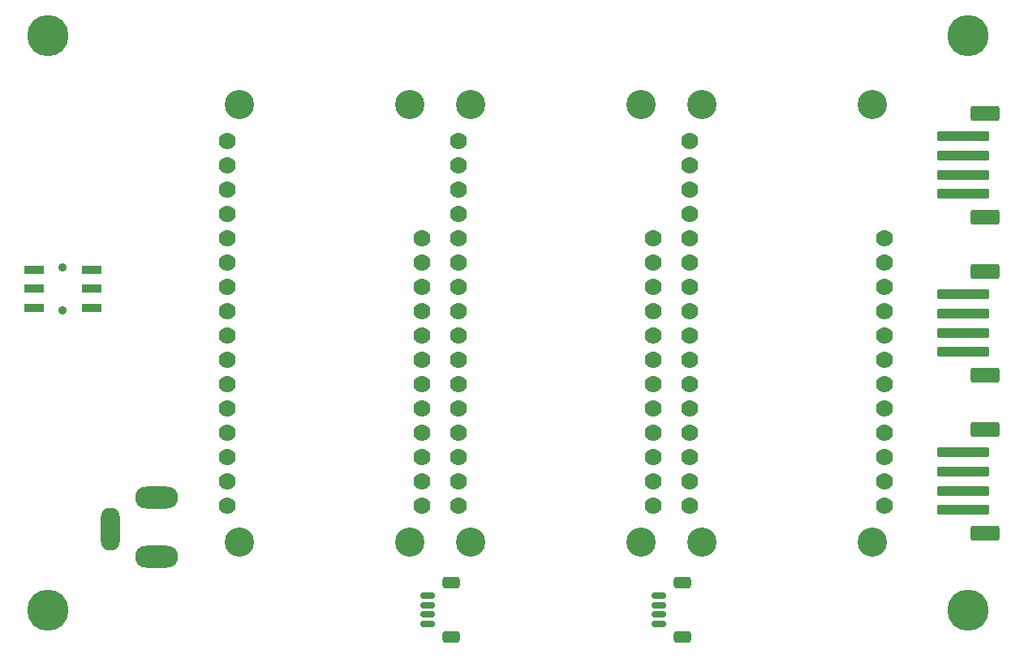
<source format=gbr>
%TF.GenerationSoftware,KiCad,Pcbnew,7.0.10-7.0.10~ubuntu22.04.1*%
%TF.CreationDate,2024-08-18T20:33:25-07:00*%
%TF.ProjectId,iorodeo_feather_tripler_enc1,696f726f-6465-46f5-9f66-656174686572,rev?*%
%TF.SameCoordinates,Original*%
%TF.FileFunction,Soldermask,Top*%
%TF.FilePolarity,Negative*%
%FSLAX46Y46*%
G04 Gerber Fmt 4.6, Leading zero omitted, Abs format (unit mm)*
G04 Created by KiCad (PCBNEW 7.0.10-7.0.10~ubuntu22.04.1) date 2024-08-18 20:33:25*
%MOMM*%
%LPD*%
G01*
G04 APERTURE LIST*
G04 Aperture macros list*
%AMRoundRect*
0 Rectangle with rounded corners*
0 $1 Rounding radius*
0 $2 $3 $4 $5 $6 $7 $8 $9 X,Y pos of 4 corners*
0 Add a 4 corners polygon primitive as box body*
4,1,4,$2,$3,$4,$5,$6,$7,$8,$9,$2,$3,0*
0 Add four circle primitives for the rounded corners*
1,1,$1+$1,$2,$3*
1,1,$1+$1,$4,$5*
1,1,$1+$1,$6,$7*
1,1,$1+$1,$8,$9*
0 Add four rect primitives between the rounded corners*
20,1,$1+$1,$2,$3,$4,$5,0*
20,1,$1+$1,$4,$5,$6,$7,0*
20,1,$1+$1,$6,$7,$8,$9,0*
20,1,$1+$1,$8,$9,$2,$3,0*%
G04 Aperture macros list end*
%ADD10C,0.900000*%
%ADD11R,2.000000X0.900000*%
%ADD12C,4.300000*%
%ADD13O,4.500000X2.300000*%
%ADD14O,2.000000X4.500000*%
%ADD15C,3.048000*%
%ADD16C,1.778000*%
%ADD17RoundRect,0.250000X-2.500000X0.250000X-2.500000X-0.250000X2.500000X-0.250000X2.500000X0.250000X0*%
%ADD18RoundRect,0.250000X-1.250000X0.550000X-1.250000X-0.550000X1.250000X-0.550000X1.250000X0.550000X0*%
%ADD19RoundRect,0.150000X-0.625000X0.150000X-0.625000X-0.150000X0.625000X-0.150000X0.625000X0.150000X0*%
%ADD20RoundRect,0.250000X-0.650000X0.350000X-0.650000X-0.350000X0.650000X-0.350000X0.650000X0.350000X0*%
G04 APERTURE END LIST*
D10*
%TO.C,SW1*%
X52324000Y-79466000D03*
X52324000Y-74966000D03*
D11*
X49324000Y-79216000D03*
X49324000Y-77216000D03*
X49324000Y-75216000D03*
X55324000Y-79216000D03*
X55324000Y-77216000D03*
X55324000Y-75216000D03*
%TD*%
D12*
%TO.C,M2*%
X146812000Y-50800000D03*
%TD*%
D13*
%TO.C,J1*%
X62086300Y-105239700D03*
X62086300Y-99039700D03*
D14*
X57286300Y-102289700D03*
%TD*%
D15*
%TO.C,U1*%
X88519000Y-103657400D03*
X88519000Y-57937400D03*
X70739000Y-103657400D03*
X70739000Y-57937400D03*
D16*
X89789000Y-99847400D03*
X89789000Y-97307400D03*
X89789000Y-94767400D03*
X89789000Y-92227400D03*
X89789000Y-89687400D03*
X89789000Y-87147400D03*
X89789000Y-84607400D03*
X89789000Y-82067400D03*
X89789000Y-79527400D03*
X89789000Y-76987400D03*
X89789000Y-74447400D03*
X89789000Y-71907400D03*
X69469000Y-61747400D03*
X69469000Y-64287400D03*
X69469000Y-66827400D03*
X69469000Y-69367400D03*
X69469000Y-71907400D03*
X69469000Y-74447400D03*
X69469000Y-76987400D03*
X69469000Y-79527400D03*
X69469000Y-82067400D03*
X69469000Y-84607400D03*
X69469000Y-87147400D03*
X69469000Y-89687400D03*
X69469000Y-92227400D03*
X69469000Y-94767400D03*
X69469000Y-97307400D03*
X69469000Y-99847400D03*
%TD*%
D15*
%TO.C,U3*%
X136779000Y-103657400D03*
X136779000Y-57937400D03*
X118999000Y-103657400D03*
X118999000Y-57937400D03*
D16*
X138049000Y-99847400D03*
X138049000Y-97307400D03*
X138049000Y-94767400D03*
X138049000Y-92227400D03*
X138049000Y-89687400D03*
X138049000Y-87147400D03*
X138049000Y-84607400D03*
X138049000Y-82067400D03*
X138049000Y-79527400D03*
X138049000Y-76987400D03*
X138049000Y-74447400D03*
X138049000Y-71907400D03*
X117729000Y-61747400D03*
X117729000Y-64287400D03*
X117729000Y-66827400D03*
X117729000Y-69367400D03*
X117729000Y-71907400D03*
X117729000Y-74447400D03*
X117729000Y-76987400D03*
X117729000Y-79527400D03*
X117729000Y-82067400D03*
X117729000Y-84607400D03*
X117729000Y-87147400D03*
X117729000Y-89687400D03*
X117729000Y-92227400D03*
X117729000Y-94767400D03*
X117729000Y-97307400D03*
X117729000Y-99847400D03*
%TD*%
D15*
%TO.C,U2*%
X112649000Y-103657400D03*
X112649000Y-57937400D03*
X94869000Y-103657400D03*
X94869000Y-57937400D03*
D16*
X113919000Y-99847400D03*
X113919000Y-97307400D03*
X113919000Y-94767400D03*
X113919000Y-92227400D03*
X113919000Y-89687400D03*
X113919000Y-87147400D03*
X113919000Y-84607400D03*
X113919000Y-82067400D03*
X113919000Y-79527400D03*
X113919000Y-76987400D03*
X113919000Y-74447400D03*
X113919000Y-71907400D03*
X93599000Y-61747400D03*
X93599000Y-64287400D03*
X93599000Y-66827400D03*
X93599000Y-69367400D03*
X93599000Y-71907400D03*
X93599000Y-74447400D03*
X93599000Y-76987400D03*
X93599000Y-79527400D03*
X93599000Y-82067400D03*
X93599000Y-84607400D03*
X93599000Y-87147400D03*
X93599000Y-89687400D03*
X93599000Y-92227400D03*
X93599000Y-94767400D03*
X93599000Y-97307400D03*
X93599000Y-99847400D03*
%TD*%
D12*
%TO.C,M1*%
X50800000Y-50800000D03*
%TD*%
D17*
%TO.C,J2*%
X146312000Y-61287400D03*
X146312000Y-63287400D03*
X146312000Y-65287400D03*
X146312000Y-67287400D03*
D18*
X148562000Y-58887400D03*
X148562000Y-69687400D03*
%TD*%
D17*
%TO.C,J3*%
X146312000Y-77797400D03*
X146312000Y-79797400D03*
X146312000Y-81797400D03*
X146312000Y-83797400D03*
D18*
X148562000Y-75397400D03*
X148562000Y-86197400D03*
%TD*%
D17*
%TO.C,J4*%
X146312000Y-94307400D03*
X146312000Y-96307400D03*
X146312000Y-98307400D03*
X146312000Y-100307400D03*
D18*
X148562000Y-91907400D03*
X148562000Y-102707400D03*
%TD*%
D12*
%TO.C,M3*%
X146812000Y-110794800D03*
%TD*%
%TO.C,M4*%
X50800000Y-110794800D03*
%TD*%
D19*
%TO.C,J5*%
X90369000Y-109244000D03*
X90369000Y-110244000D03*
X90369000Y-111244000D03*
X90369000Y-112244000D03*
D20*
X92894000Y-107944000D03*
X92894000Y-113544000D03*
%TD*%
D19*
%TO.C,J6*%
X114499000Y-109244000D03*
X114499000Y-110244000D03*
X114499000Y-111244000D03*
X114499000Y-112244000D03*
D20*
X117024000Y-107944000D03*
X117024000Y-113544000D03*
%TD*%
M02*

</source>
